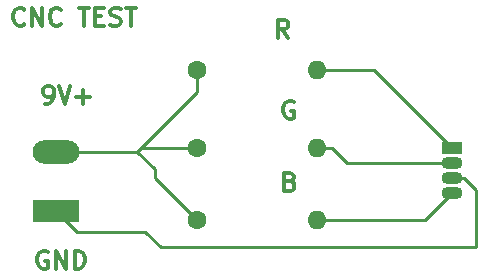
<source format=gbr>
%TF.GenerationSoftware,KiCad,Pcbnew,7.0.9*%
%TF.CreationDate,2024-04-11T20:03:21+10:00*%
%TF.ProjectId,cnc mill pcb tester,636e6320-6d69-46c6-9c20-706362207465,rev?*%
%TF.SameCoordinates,Original*%
%TF.FileFunction,Copper,L1,Top*%
%TF.FilePolarity,Positive*%
%FSLAX46Y46*%
G04 Gerber Fmt 4.6, Leading zero omitted, Abs format (unit mm)*
G04 Created by KiCad (PCBNEW 7.0.9) date 2024-04-11 20:03:21*
%MOMM*%
%LPD*%
G01*
G04 APERTURE LIST*
%ADD10C,0.300000*%
%TA.AperFunction,NonConductor*%
%ADD11C,0.300000*%
%TD*%
%TA.AperFunction,ComponentPad*%
%ADD12C,1.600000*%
%TD*%
%TA.AperFunction,ComponentPad*%
%ADD13O,1.600000X1.600000*%
%TD*%
%TA.AperFunction,ComponentPad*%
%ADD14R,3.960000X1.980000*%
%TD*%
%TA.AperFunction,ComponentPad*%
%ADD15O,3.960000X1.980000*%
%TD*%
%TA.AperFunction,ComponentPad*%
%ADD16R,1.800000X1.070000*%
%TD*%
%TA.AperFunction,ComponentPad*%
%ADD17O,1.800000X1.070000*%
%TD*%
%TA.AperFunction,Conductor*%
%ADD18C,0.250000*%
%TD*%
G04 APERTURE END LIST*
D10*
D11*
X106059653Y-67221971D02*
X105988225Y-67293400D01*
X105988225Y-67293400D02*
X105773939Y-67364828D01*
X105773939Y-67364828D02*
X105631082Y-67364828D01*
X105631082Y-67364828D02*
X105416796Y-67293400D01*
X105416796Y-67293400D02*
X105273939Y-67150542D01*
X105273939Y-67150542D02*
X105202510Y-67007685D01*
X105202510Y-67007685D02*
X105131082Y-66721971D01*
X105131082Y-66721971D02*
X105131082Y-66507685D01*
X105131082Y-66507685D02*
X105202510Y-66221971D01*
X105202510Y-66221971D02*
X105273939Y-66079114D01*
X105273939Y-66079114D02*
X105416796Y-65936257D01*
X105416796Y-65936257D02*
X105631082Y-65864828D01*
X105631082Y-65864828D02*
X105773939Y-65864828D01*
X105773939Y-65864828D02*
X105988225Y-65936257D01*
X105988225Y-65936257D02*
X106059653Y-66007685D01*
X106702510Y-67364828D02*
X106702510Y-65864828D01*
X106702510Y-65864828D02*
X107559653Y-67364828D01*
X107559653Y-67364828D02*
X107559653Y-65864828D01*
X109131082Y-67221971D02*
X109059654Y-67293400D01*
X109059654Y-67293400D02*
X108845368Y-67364828D01*
X108845368Y-67364828D02*
X108702511Y-67364828D01*
X108702511Y-67364828D02*
X108488225Y-67293400D01*
X108488225Y-67293400D02*
X108345368Y-67150542D01*
X108345368Y-67150542D02*
X108273939Y-67007685D01*
X108273939Y-67007685D02*
X108202511Y-66721971D01*
X108202511Y-66721971D02*
X108202511Y-66507685D01*
X108202511Y-66507685D02*
X108273939Y-66221971D01*
X108273939Y-66221971D02*
X108345368Y-66079114D01*
X108345368Y-66079114D02*
X108488225Y-65936257D01*
X108488225Y-65936257D02*
X108702511Y-65864828D01*
X108702511Y-65864828D02*
X108845368Y-65864828D01*
X108845368Y-65864828D02*
X109059654Y-65936257D01*
X109059654Y-65936257D02*
X109131082Y-66007685D01*
X110702511Y-65864828D02*
X111559654Y-65864828D01*
X111131082Y-67364828D02*
X111131082Y-65864828D01*
X112059653Y-66579114D02*
X112559653Y-66579114D01*
X112773939Y-67364828D02*
X112059653Y-67364828D01*
X112059653Y-67364828D02*
X112059653Y-65864828D01*
X112059653Y-65864828D02*
X112773939Y-65864828D01*
X113345368Y-67293400D02*
X113559654Y-67364828D01*
X113559654Y-67364828D02*
X113916796Y-67364828D01*
X113916796Y-67364828D02*
X114059654Y-67293400D01*
X114059654Y-67293400D02*
X114131082Y-67221971D01*
X114131082Y-67221971D02*
X114202511Y-67079114D01*
X114202511Y-67079114D02*
X114202511Y-66936257D01*
X114202511Y-66936257D02*
X114131082Y-66793400D01*
X114131082Y-66793400D02*
X114059654Y-66721971D01*
X114059654Y-66721971D02*
X113916796Y-66650542D01*
X113916796Y-66650542D02*
X113631082Y-66579114D01*
X113631082Y-66579114D02*
X113488225Y-66507685D01*
X113488225Y-66507685D02*
X113416796Y-66436257D01*
X113416796Y-66436257D02*
X113345368Y-66293400D01*
X113345368Y-66293400D02*
X113345368Y-66150542D01*
X113345368Y-66150542D02*
X113416796Y-66007685D01*
X113416796Y-66007685D02*
X113488225Y-65936257D01*
X113488225Y-65936257D02*
X113631082Y-65864828D01*
X113631082Y-65864828D02*
X113988225Y-65864828D01*
X113988225Y-65864828D02*
X114202511Y-65936257D01*
X114631082Y-65864828D02*
X115488225Y-65864828D01*
X115059653Y-67364828D02*
X115059653Y-65864828D01*
D10*
D11*
X108020225Y-86510257D02*
X107877368Y-86438828D01*
X107877368Y-86438828D02*
X107663082Y-86438828D01*
X107663082Y-86438828D02*
X107448796Y-86510257D01*
X107448796Y-86510257D02*
X107305939Y-86653114D01*
X107305939Y-86653114D02*
X107234510Y-86795971D01*
X107234510Y-86795971D02*
X107163082Y-87081685D01*
X107163082Y-87081685D02*
X107163082Y-87295971D01*
X107163082Y-87295971D02*
X107234510Y-87581685D01*
X107234510Y-87581685D02*
X107305939Y-87724542D01*
X107305939Y-87724542D02*
X107448796Y-87867400D01*
X107448796Y-87867400D02*
X107663082Y-87938828D01*
X107663082Y-87938828D02*
X107805939Y-87938828D01*
X107805939Y-87938828D02*
X108020225Y-87867400D01*
X108020225Y-87867400D02*
X108091653Y-87795971D01*
X108091653Y-87795971D02*
X108091653Y-87295971D01*
X108091653Y-87295971D02*
X107805939Y-87295971D01*
X108734510Y-87938828D02*
X108734510Y-86438828D01*
X108734510Y-86438828D02*
X109591653Y-87938828D01*
X109591653Y-87938828D02*
X109591653Y-86438828D01*
X110305939Y-87938828D02*
X110305939Y-86438828D01*
X110305939Y-86438828D02*
X110663082Y-86438828D01*
X110663082Y-86438828D02*
X110877368Y-86510257D01*
X110877368Y-86510257D02*
X111020225Y-86653114D01*
X111020225Y-86653114D02*
X111091654Y-86795971D01*
X111091654Y-86795971D02*
X111163082Y-87081685D01*
X111163082Y-87081685D02*
X111163082Y-87295971D01*
X111163082Y-87295971D02*
X111091654Y-87581685D01*
X111091654Y-87581685D02*
X111020225Y-87724542D01*
X111020225Y-87724542D02*
X110877368Y-87867400D01*
X110877368Y-87867400D02*
X110663082Y-87938828D01*
X110663082Y-87938828D02*
X110305939Y-87938828D01*
D10*
D11*
X107813939Y-73968828D02*
X108099653Y-73968828D01*
X108099653Y-73968828D02*
X108242510Y-73897400D01*
X108242510Y-73897400D02*
X108313939Y-73825971D01*
X108313939Y-73825971D02*
X108456796Y-73611685D01*
X108456796Y-73611685D02*
X108528225Y-73325971D01*
X108528225Y-73325971D02*
X108528225Y-72754542D01*
X108528225Y-72754542D02*
X108456796Y-72611685D01*
X108456796Y-72611685D02*
X108385368Y-72540257D01*
X108385368Y-72540257D02*
X108242510Y-72468828D01*
X108242510Y-72468828D02*
X107956796Y-72468828D01*
X107956796Y-72468828D02*
X107813939Y-72540257D01*
X107813939Y-72540257D02*
X107742510Y-72611685D01*
X107742510Y-72611685D02*
X107671082Y-72754542D01*
X107671082Y-72754542D02*
X107671082Y-73111685D01*
X107671082Y-73111685D02*
X107742510Y-73254542D01*
X107742510Y-73254542D02*
X107813939Y-73325971D01*
X107813939Y-73325971D02*
X107956796Y-73397400D01*
X107956796Y-73397400D02*
X108242510Y-73397400D01*
X108242510Y-73397400D02*
X108385368Y-73325971D01*
X108385368Y-73325971D02*
X108456796Y-73254542D01*
X108456796Y-73254542D02*
X108528225Y-73111685D01*
X108956796Y-72468828D02*
X109456796Y-73968828D01*
X109456796Y-73968828D02*
X109956796Y-72468828D01*
X110456795Y-73397400D02*
X111599653Y-73397400D01*
X111028224Y-73968828D02*
X111028224Y-72825971D01*
D10*
D11*
X128562510Y-80549114D02*
X128776796Y-80620542D01*
X128776796Y-80620542D02*
X128848225Y-80691971D01*
X128848225Y-80691971D02*
X128919653Y-80834828D01*
X128919653Y-80834828D02*
X128919653Y-81049114D01*
X128919653Y-81049114D02*
X128848225Y-81191971D01*
X128848225Y-81191971D02*
X128776796Y-81263400D01*
X128776796Y-81263400D02*
X128633939Y-81334828D01*
X128633939Y-81334828D02*
X128062510Y-81334828D01*
X128062510Y-81334828D02*
X128062510Y-79834828D01*
X128062510Y-79834828D02*
X128562510Y-79834828D01*
X128562510Y-79834828D02*
X128705368Y-79906257D01*
X128705368Y-79906257D02*
X128776796Y-79977685D01*
X128776796Y-79977685D02*
X128848225Y-80120542D01*
X128848225Y-80120542D02*
X128848225Y-80263400D01*
X128848225Y-80263400D02*
X128776796Y-80406257D01*
X128776796Y-80406257D02*
X128705368Y-80477685D01*
X128705368Y-80477685D02*
X128562510Y-80549114D01*
X128562510Y-80549114D02*
X128062510Y-80549114D01*
D10*
D11*
X128848225Y-73810257D02*
X128705368Y-73738828D01*
X128705368Y-73738828D02*
X128491082Y-73738828D01*
X128491082Y-73738828D02*
X128276796Y-73810257D01*
X128276796Y-73810257D02*
X128133939Y-73953114D01*
X128133939Y-73953114D02*
X128062510Y-74095971D01*
X128062510Y-74095971D02*
X127991082Y-74381685D01*
X127991082Y-74381685D02*
X127991082Y-74595971D01*
X127991082Y-74595971D02*
X128062510Y-74881685D01*
X128062510Y-74881685D02*
X128133939Y-75024542D01*
X128133939Y-75024542D02*
X128276796Y-75167400D01*
X128276796Y-75167400D02*
X128491082Y-75238828D01*
X128491082Y-75238828D02*
X128633939Y-75238828D01*
X128633939Y-75238828D02*
X128848225Y-75167400D01*
X128848225Y-75167400D02*
X128919653Y-75095971D01*
X128919653Y-75095971D02*
X128919653Y-74595971D01*
X128919653Y-74595971D02*
X128633939Y-74595971D01*
D10*
D11*
X128411653Y-68380828D02*
X127911653Y-67666542D01*
X127554510Y-68380828D02*
X127554510Y-66880828D01*
X127554510Y-66880828D02*
X128125939Y-66880828D01*
X128125939Y-66880828D02*
X128268796Y-66952257D01*
X128268796Y-66952257D02*
X128340225Y-67023685D01*
X128340225Y-67023685D02*
X128411653Y-67166542D01*
X128411653Y-67166542D02*
X128411653Y-67380828D01*
X128411653Y-67380828D02*
X128340225Y-67523685D01*
X128340225Y-67523685D02*
X128268796Y-67595114D01*
X128268796Y-67595114D02*
X128125939Y-67666542D01*
X128125939Y-67666542D02*
X127554510Y-67666542D01*
D12*
%TO.P,R3,1*%
%TO.N,Net-(J1-Pin_2)*%
X120650000Y-83806000D03*
D13*
%TO.P,R3,2*%
%TO.N,Net-(D1-BK)*%
X130810000Y-83806000D03*
%TD*%
D12*
%TO.P,R2,1*%
%TO.N,Net-(J1-Pin_2)*%
X120650000Y-77724000D03*
D13*
%TO.P,R2,2*%
%TO.N,Net-(D1-GK)*%
X130810000Y-77724000D03*
%TD*%
D12*
%TO.P,R1,1*%
%TO.N,Net-(J1-Pin_2)*%
X120650000Y-71120000D03*
D13*
%TO.P,R1,2*%
%TO.N,Net-(D1-RK)*%
X130810000Y-71120000D03*
%TD*%
D14*
%TO.P,J1,1,Pin_1*%
%TO.N,Net-(D1-A)*%
X108712000Y-83029000D03*
D15*
%TO.P,J1,2,Pin_2*%
%TO.N,Net-(J1-Pin_2)*%
X108712000Y-78029000D03*
%TD*%
D16*
%TO.P,D1,1,RK*%
%TO.N,Net-(D1-RK)*%
X142240000Y-77724000D03*
D17*
%TO.P,D1,2,GK*%
%TO.N,Net-(D1-GK)*%
X142240000Y-78994000D03*
%TO.P,D1,3,A*%
%TO.N,Net-(D1-A)*%
X142240000Y-80264000D03*
%TO.P,D1,4,BK*%
%TO.N,Net-(D1-BK)*%
X142240000Y-81534000D03*
%TD*%
D18*
%TO.N,Net-(D1-A)*%
X144272000Y-81280000D02*
X143256000Y-80264000D01*
X144272000Y-86106000D02*
X144272000Y-81280000D01*
X143256000Y-80264000D02*
X142240000Y-80264000D01*
X116303000Y-84807000D02*
X117602000Y-86106000D01*
X117602000Y-86106000D02*
X144272000Y-86106000D01*
X110490000Y-84807000D02*
X116303000Y-84807000D01*
X108712000Y-83029000D02*
X110490000Y-84807000D01*
%TO.N,Net-(D1-GK)*%
X132080000Y-77724000D02*
X133350000Y-78994000D01*
X130810000Y-77724000D02*
X132080000Y-77724000D01*
X133350000Y-78994000D02*
X142240000Y-78994000D01*
%TO.N,Net-(D1-RK)*%
X135636000Y-71120000D02*
X140716000Y-76200000D01*
X140716000Y-76200000D02*
X142240000Y-77724000D01*
X140222000Y-75706000D02*
X140716000Y-76200000D01*
X130810000Y-71120000D02*
X135636000Y-71120000D01*
%TO.N,Net-(J1-Pin_2)*%
X120650000Y-73000000D02*
X115926000Y-77724000D01*
X120650000Y-71120000D02*
X120650000Y-73000000D01*
X117094000Y-79502000D02*
X117094000Y-80250000D01*
X115621000Y-78029000D02*
X117094000Y-79502000D01*
X115926000Y-77724000D02*
X115621000Y-78029000D01*
X120650000Y-77724000D02*
X115926000Y-77724000D01*
X108204000Y-78029000D02*
X115621000Y-78029000D01*
%TO.N,Net-(D1-BK)*%
X130810000Y-83806000D02*
X139968000Y-83806000D01*
X139968000Y-83806000D02*
X142240000Y-81534000D01*
%TO.N,Net-(J1-Pin_2)*%
X120650000Y-83806000D02*
X117094000Y-80250000D01*
%TD*%
M02*

</source>
